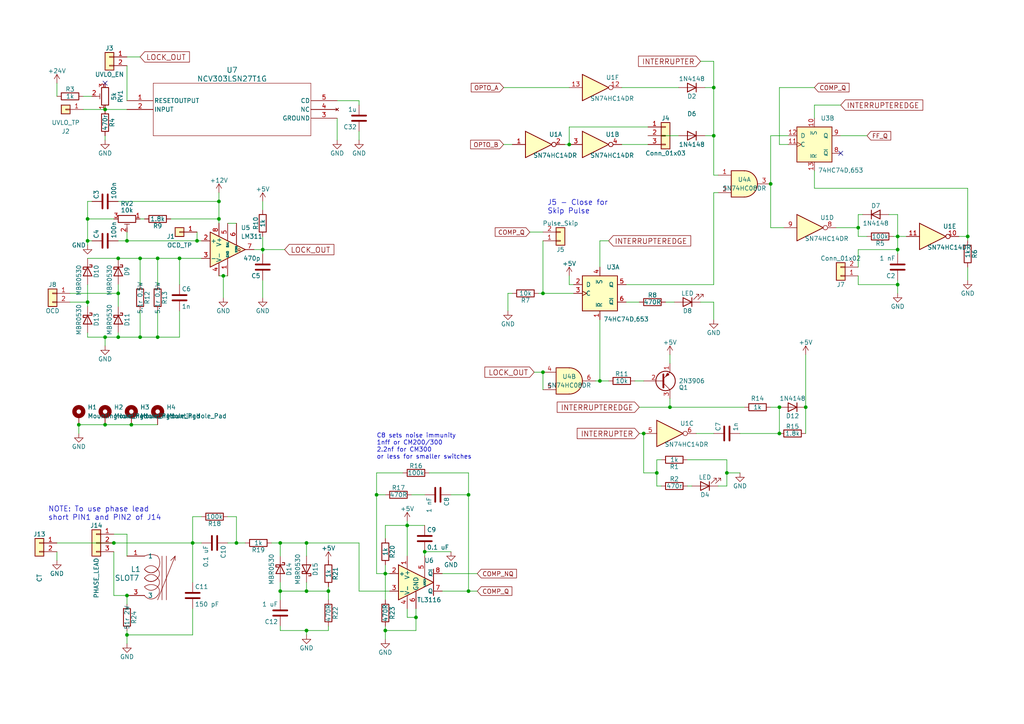
<source format=kicad_sch>
(kicad_sch (version 20230121) (generator eeschema)
  (paper "A4")
  (lib_symbols
    (symbol "0_MY_UD_SYM_LIB:NCV303LSN27T1G" (pin_names (offset 0.254))
      (property "Reference" "U" (at 30.48 10.16 0))
      (property "Value" "NCV303LSN27T1G" (at 30.48 7.62 0))
      (symbol "NCV303LSN27T1G_0_1"
        (pin output line (at 0 0 0) (length 7.62) (name "RESETOUTPUT") (number "1"))
        (pin input line (at 0 -2.54 0) (length 7.62) (name "INPUT") (number "2"))
        (pin power_in line (at 60.96 -5.08 180) (length 7.62) (name "GROUND") (number "3"))
        (pin no_connect line (at 60.96 -2.54 180) (length 7.62) (name "NC") (number "4"))
        (pin unspecified line (at 60.96 0 180) (length 7.62) (name "CD") (number "5"))
      )
    )
    (symbol "74xx:74LS04"
      (property "Reference" "U" (at 0 1.27 0))
      (property "Value" "74LS04" (at 0 -1.27 0))
      (symbol "74LS04_1_0"
        (pin input line (at -7.62 0 0) (length 3.81) (name "~") (number "1"))
        (pin output inverted (at 7.62 0 180) (length 3.81) (name "~") (number "2"))
      )
      (symbol "74LS04_2_0"
        (pin input line (at -7.62 0 0) (length 3.81) (name "~") (number "3"))
        (pin output inverted (at 7.62 0 180) (length 3.81) (name "~") (number "4"))
      )
      (symbol "74LS04_3_0"
        (pin input line (at -7.62 0 0) (length 3.81) (name "~") (number "5"))
        (pin output inverted (at 7.62 0 180) (length 3.81) (name "~") (number "6"))
      )
      (symbol "74LS04_4_0"
        (pin output inverted (at 7.62 0 180) (length 3.81) (name "~") (number "8"))
        (pin input line (at -7.62 0 0) (length 3.81) (name "~") (number "9"))
      )
      (symbol "74LS04_5_0"
        (pin output inverted (at 7.62 0 180) (length 3.81) (name "~") (number "10"))
        (pin input line (at -7.62 0 0) (length 3.81) (name "~") (number "11"))
      )
      (symbol "74LS04_6_0"
        (pin output inverted (at 7.62 0 180) (length 3.81) (name "~") (number "12"))
        (pin input line (at -7.62 0 0) (length 3.81) (name "~") (number "13"))
      )
      (symbol "74LS04_7_0"
        (pin power_in line (at 0 12.7 270) (length 5.08) (name "VCC") (number "14"))
        (pin power_in line (at 0 -12.7 90) (length 5.08) (name "GND") (number "7"))
      )
    )
    (symbol "74xx:74LS08" (pin_names (offset 1.016))
      (property "Reference" "U" (at 0 1.27 0))
      (property "Value" "74LS08" (at 0 -1.27 0))
      (symbol "74LS08_1_1"
        (pin input line (at -7.62 2.54 0) (length 3.81) (name "~") (number "1"))
        (pin input line (at -7.62 -2.54 0) (length 3.81) (name "~") (number "2"))
        (pin output line (at 7.62 0 180) (length 3.81) (name "~") (number "3"))
      )
      (symbol "74LS08_1_2"
        (pin input inverted (at -7.62 2.54 0) (length 4.318) (name "~") (number "1"))
        (pin input inverted (at -7.62 -2.54 0) (length 4.318) (name "~") (number "2"))
        (pin output inverted (at 7.62 0 180) (length 3.81) (name "~") (number "3"))
      )
      (symbol "74LS08_2_1"
        (pin input line (at -7.62 2.54 0) (length 3.81) (name "~") (number "4"))
        (pin input line (at -7.62 -2.54 0) (length 3.81) (name "~") (number "5"))
        (pin output line (at 7.62 0 180) (length 3.81) (name "~") (number "6"))
      )
      (symbol "74LS08_2_2"
        (pin input inverted (at -7.62 2.54 0) (length 4.318) (name "~") (number "4"))
        (pin input inverted (at -7.62 -2.54 0) (length 4.318) (name "~") (number "5"))
        (pin output inverted (at 7.62 0 180) (length 3.81) (name "~") (number "6"))
      )
      (symbol "74LS08_3_1"
        (pin input line (at -7.62 -2.54 0) (length 3.81) (name "~") (number "10"))
        (pin output line (at 7.62 0 180) (length 3.81) (name "~") (number "8"))
        (pin input line (at -7.62 2.54 0) (length 3.81) (name "~") (number "9"))
      )
      (symbol "74LS08_3_2"
        (pin input inverted (at -7.62 -2.54 0) (length 4.318) (name "~") (number "10"))
        (pin output inverted (at 7.62 0 180) (length 3.81) (name "~") (number "8"))
        (pin input inverted (at -7.62 2.54 0) (length 4.318) (name "~") (number "9"))
      )
      (symbol "74LS08_4_1"
        (pin output line (at 7.62 0 180) (length 3.81) (name "~") (number "11"))
        (pin input line (at -7.62 2.54 0) (length 3.81) (name "~") (number "12"))
        (pin input line (at -7.62 -2.54 0) (length 3.81) (name "~") (number "13"))
      )
      (symbol "74LS08_4_2"
        (pin output inverted (at 7.62 0 180) (length 3.81) (name "~") (number "11"))
        (pin input inverted (at -7.62 2.54 0) (length 4.318) (name "~") (number "12"))
        (pin input inverted (at -7.62 -2.54 0) (length 4.318) (name "~") (number "13"))
      )
      (symbol "74LS08_5_0"
        (pin power_in line (at 0 12.7 270) (length 5.08) (name "VCC") (number "14"))
        (pin power_in line (at 0 -12.7 90) (length 5.08) (name "GND") (number "7"))
      )
    )
    (symbol "74xx:74LS74" (pin_names (offset 1.016))
      (property "Reference" "U" (at -7.62 8.89 0))
      (property "Value" "74LS74" (at -7.62 -8.89 0))
      (symbol "74LS74_1_0"
        (pin input line (at 0 -7.62 90) (length 2.54) (name "~{R}") (number "1"))
        (pin input line (at -7.62 2.54 0) (length 2.54) (name "D") (number "2"))
        (pin input clock (at -7.62 0 0) (length 2.54) (name "C") (number "3"))
        (pin input line (at 0 7.62 270) (length 2.54) (name "~{S}") (number "4"))
        (pin output line (at 7.62 2.54 180) (length 2.54) (name "Q") (number "5"))
        (pin output line (at 7.62 -2.54 180) (length 2.54) (name "~{Q}") (number "6"))
      )
      (symbol "74LS74_2_0"
        (pin input line (at 0 7.62 270) (length 2.54) (name "~{S}") (number "10"))
        (pin input clock (at -7.62 0 0) (length 2.54) (name "C") (number "11"))
        (pin input line (at -7.62 2.54 0) (length 2.54) (name "D") (number "12"))
        (pin input line (at 0 -7.62 90) (length 2.54) (name "~{R}") (number "13"))
        (pin output line (at 7.62 -2.54 180) (length 2.54) (name "~{Q}") (number "8"))
        (pin output line (at 7.62 2.54 180) (length 2.54) (name "Q") (number "9"))
      )
      (symbol "74LS74_3_0"
        (pin power_in line (at 0 10.16 270) (length 2.54) (name "VCC") (number "14"))
        (pin power_in line (at 0 -10.16 90) (length 2.54) (name "GND") (number "7"))
      )
    )
    (symbol "A_My_UD:SLOT7" (pin_names (offset 1.016))
      (property "Reference" "L" (at -1.27 2.54 0))
      (property "Value" "SLOT7" (at -3.81 0 0))
      (symbol "SLOT7_1_1"
        (pin input line (at -3.81 6.35 0) (length 5.08) (name "1") (number "1"))
        (pin input line (at -3.81 -5.08 0) (length 5.08) (name "3") (number "3"))
      )
    )
    (symbol "Comparator:LM311" (pin_names (offset 0.127))
      (property "Reference" "U" (at 3.81 6.35 0))
      (property "Value" "LM311" (at 3.81 3.81 0))
      (symbol "LM311_1_1"
        (pin passive line (at 0 -7.62 90) (length 5.08) (name "GND") (number "1"))
        (pin input line (at -7.62 2.54 0) (length 2.54) (name "+") (number "2"))
        (pin input line (at -7.62 -2.54 0) (length 2.54) (name "-") (number "3"))
        (pin power_in line (at -2.54 -7.62 90) (length 3.81) (name "V-") (number "4"))
        (pin input line (at 0 7.62 270) (length 5.08) (name "BAL") (number "5"))
        (pin input line (at 2.54 7.62 270) (length 6.35) (name "STRB") (number "6"))
        (pin open_collector line (at 7.62 0 180) (length 2.54) (name "~") (number "7"))
        (pin power_in line (at -2.54 7.62 270) (length 3.81) (name "V+") (number "8"))
      )
    )
    (symbol "Comparator:TL3116" (pin_names (offset 0.127))
      (property "Reference" "U" (at 3.81 6.35 0))
      (property "Value" "TL3116" (at 3.81 -5.08 0))
      (symbol "TL3116_1_1"
        (pin power_in line (at -2.54 7.62 270) (length 3.81) (name "V+") (number "1"))
        (pin input line (at -7.62 2.54 0) (length 2.54) (name "+") (number "2"))
        (pin input line (at -7.62 -2.54 0) (length 2.54) (name "-") (number "3"))
        (pin power_in line (at -2.54 -7.62 90) (length 3.81) (name "V-") (number "4"))
        (pin input line (at 2.54 7.62 270) (length 6.35) (name "LATCH") (number "5"))
        (pin power_in line (at 0 -7.62 90) (length 5.08) (name "GND") (number "6"))
        (pin output line (at 7.62 -2.54 180) (length 2.54) (name "Q") (number "7"))
        (pin output line (at 7.62 2.54 180) (length 2.54) (name "~{Q}") (number "8"))
      )
    )
    (symbol "Connector_Generic:Conn_01x01" (pin_names (offset 1.016) hide)
      (property "Reference" "J" (at 0 2.54 0))
      (property "Value" "Conn_01x01" (at 0 -2.54 0))
      (symbol "Conn_01x01_1_1"
        (pin passive line (at -5.08 0 0) (length 3.81) (name "Pin_1") (number "1"))
      )
    )
    (symbol "Connector_Generic:Conn_01x02" (pin_names (offset 1.016) hide)
      (property "Reference" "J" (at 0 2.54 0))
      (property "Value" "Conn_01x02" (at 0 -5.08 0))
      (symbol "Conn_01x02_1_1"
        (pin passive line (at -5.08 0 0) (length 3.81) (name "Pin_1") (number "1"))
        (pin passive line (at -5.08 -2.54 0) (length 3.81) (name "Pin_2") (number "2"))
      )
    )
    (symbol "Connector_Generic:Conn_01x03" (pin_names (offset 1.016) hide)
      (property "Reference" "J" (at 0 5.08 0))
      (property "Value" "Conn_01x03" (at 0 -5.08 0))
      (symbol "Conn_01x03_1_1"
        (pin passive line (at -5.08 2.54 0) (length 3.81) (name "Pin_1") (number "1"))
        (pin passive line (at -5.08 0 0) (length 3.81) (name "Pin_2") (number "2"))
        (pin passive line (at -5.08 -2.54 0) (length 3.81) (name "Pin_3") (number "3"))
      )
    )
    (symbol "Device:C" (pin_numbers hide) (pin_names (offset 0.254))
      (property "Reference" "C" (at 0.635 2.54 0))
      (property "Value" "C" (at 0.635 -2.54 0))
      (symbol "C_1_1"
        (pin passive line (at 0 3.81 270) (length 2.794) (name "~") (number "1"))
        (pin passive line (at 0 -3.81 90) (length 2.794) (name "~") (number "2"))
      )
    )
    (symbol "Device:D" (pin_numbers hide) (pin_names (offset 1.016) hide)
      (property "Reference" "D" (at 0 2.54 0))
      (property "Value" "D" (at 0 -2.54 0))
      (symbol "D_1_1"
        (pin passive line (at -3.81 0 0) (length 2.54) (name "K") (number "1"))
        (pin passive line (at 3.81 0 180) (length 2.54) (name "A") (number "2"))
      )
    )
    (symbol "Device:D_Schottky" (pin_numbers hide) (pin_names (offset 1.016) hide)
      (property "Reference" "D" (at 0 2.54 0))
      (property "Value" "D_Schottky" (at 0 -2.54 0))
      (symbol "D_Schottky_1_1"
        (pin passive line (at -3.81 0 0) (length 2.54) (name "K") (number "1"))
        (pin passive line (at 3.81 0 180) (length 2.54) (name "A") (number "2"))
      )
    )
    (symbol "Device:LED" (pin_numbers hide) (pin_names (offset 1.016) hide)
      (property "Reference" "D" (at 0 2.54 0))
      (property "Value" "LED" (at 0 -2.54 0))
      (symbol "LED_1_1"
        (pin passive line (at -3.81 0 0) (length 2.54) (name "K") (number "1"))
        (pin passive line (at 3.81 0 180) (length 2.54) (name "A") (number "2"))
      )
    )
    (symbol "Device:R" (pin_numbers hide) (pin_names (offset 0))
      (property "Reference" "R" (at 2.032 0 90))
      (property "Value" "R" (at 0 0 90))
      (symbol "R_1_1"
        (pin passive line (at 0 3.81 270) (length 1.27) (name "~") (number "1"))
        (pin passive line (at 0 -3.81 90) (length 1.27) (name "~") (number "2"))
      )
    )
    (symbol "Device:R_Potentiometer_Trim" (pin_names (offset 1.016) hide)
      (property "Reference" "RV" (at -4.445 0 90))
      (property "Value" "R_Potentiometer_Trim" (at -2.54 0 90))
      (symbol "R_Potentiometer_Trim_1_1"
        (pin passive line (at 0 3.81 270) (length 1.27) (name "1") (number "1"))
        (pin passive line (at 3.81 0 180) (length 1.27) (name "2") (number "2"))
        (pin passive line (at 0 -3.81 90) (length 1.27) (name "3") (number "3"))
      )
    )
    (symbol "Mechanical:MountingHole_Pad" (pin_numbers hide) (pin_names (offset 1.016) hide)
      (property "Reference" "H" (at 0 6.35 0))
      (property "Value" "MountingHole_Pad" (at 0 4.445 0))
      (symbol "MountingHole_Pad_1_1"
        (pin input line (at 0 -2.54 90) (length 2.54) (name "1") (number "1"))
      )
    )
    (symbol "Transistor_BJT:2N3906" (pin_names (offset 0) hide)
      (property "Reference" "Q" (at 5.08 1.905 0))
      (property "Value" "2N3906" (at 5.08 0 0))
      (symbol "2N3906_1_1"
        (pin passive line (at 2.54 -5.08 90) (length 2.54) (name "E") (number "1"))
        (pin input line (at -5.08 0 0) (length 5.715) (name "B") (number "2"))
        (pin passive line (at 2.54 5.08 270) (length 2.54) (name "C") (number "3"))
      )
    )
    (symbol "power:+12V" (power) (pin_names (offset 0))
      (property "Value" "+12V" (at 0 3.556 0))
      (symbol "+12V_1_1"
        (pin power_in line (at 0 0 90) (length 0) hide (name "+12V") (number "1"))
      )
    )
    (symbol "power:+24V" (power) (pin_names (offset 0))
      (property "Value" "+24V" (at 0 3.556 0))
      (symbol "+24V_1_1"
        (pin power_in line (at 0 0 90) (length 0) hide (name "+24V") (number "1"))
      )
    )
    (symbol "power:+5V" (power) (pin_names (offset 0))
      (property "Value" "+5V" (at 0 3.556 0))
      (symbol "+5V_1_1"
        (pin power_in line (at 0 0 90) (length 0) hide (name "+5V") (number "1"))
      )
    )
    (symbol "power:GND" (power) (pin_names (offset 0))
      (property "Value" "GND" (at 0 -3.81 0))
      (symbol "GND_1_1"
        (pin power_in line (at 0 0 270) (length 0) hide (name "GND") (number "1"))
      )
    )
  )
  (junction (at 81.28 171.45))
  (junction (at 260.35 72.39))
  (junction (at 207.01 39.37))
  (junction (at 34.29 97.79))
  (junction (at 123.19 160.02))
  (junction (at 36.83 69.85))
  (junction (at 157.48 85.09))
  (junction (at 40.64 97.79))
  (junction (at 135.89 143.51))
  (junction (at 88.9 171.45))
  (junction (at 194.31 118.11))
  (junction (at 157.48 107.95))
  (junction (at 95.25 171.45))
  (junction (at 63.5 58.42))
  (junction (at 64.77 80.01))
  (junction (at 40.64 74.93))
  (junction (at 55.88 157.48))
  (junction (at 63.5 63.5))
  (junction (at 25.4 69.85))
  (junction (at 118.11 152.4))
  (junction (at 45.72 74.93))
  (junction (at 68.58 157.48))
  (junction (at 36.83 172.72))
  (junction (at 45.72 97.79))
  (junction (at 25.4 87.63))
  (junction (at 173.99 110.49))
  (junction (at 190.5 137.16))
  (junction (at 88.9 182.88))
  (junction (at 38.1 123.19))
  (junction (at 57.15 69.85))
  (junction (at 111.76 166.37))
  (junction (at 207.01 25.4))
  (junction (at 36.83 184.15))
  (junction (at 233.68 118.11))
  (junction (at 88.9 157.48))
  (junction (at 25.4 63.5))
  (junction (at 226.06 118.11))
  (junction (at 34.29 74.93))
  (junction (at 120.65 179.07))
  (junction (at 248.92 66.04))
  (junction (at 22.86 123.19))
  (junction (at 30.48 123.19))
  (junction (at 76.2 72.39))
  (junction (at 109.22 143.51))
  (junction (at 30.48 31.75))
  (junction (at 111.76 182.88))
  (junction (at 81.28 157.48))
  (junction (at 165.1 41.91))
  (junction (at 280.67 68.58))
  (junction (at 34.29 85.09))
  (junction (at 135.89 171.45))
  (junction (at 260.35 82.55))
  (junction (at 52.07 74.93))
  (junction (at 186.69 125.73))
  (junction (at 30.48 97.79))
  (junction (at 33.02 157.48))
  (junction (at 223.52 53.34))
  (junction (at 260.35 68.58))
  (junction (at 210.82 137.16))
  (junction (at 226.06 125.73))
  (no_connect (at 243.84 44.45))
  (no_connect (at 30.48 24.13))
  (wire (pts (xy 248.92 72.39) (xy 248.92 77.47)))
  (wire (pts (xy 88.9 157.48) (xy 104.14 157.48)))
  (wire (pts (xy 40.64 74.93) (xy 40.64 82.55)))
  (wire (pts (xy 34.29 97.79) (xy 34.29 96.52)))
  (wire (pts (xy 55.88 157.48) (xy 55.88 168.91)))
  (wire (pts (xy 118.11 152.4) (xy 118.11 161.29)))
  (wire (pts (xy 130.81 143.51) (xy 135.89 143.51)))
  (wire (pts (xy 63.5 58.42) (xy 63.5 63.5)))
  (wire (pts (xy 24.13 27.94) (xy 26.67 27.94)))
  (wire (pts (xy 190.5 140.97) (xy 190.5 137.16)))
  (wire (pts (xy 111.76 152.4) (xy 111.76 156.21)))
  (wire (pts (xy 194.31 118.11) (xy 194.31 115.57)))
  (wire (pts (xy 207.01 55.88) (xy 208.28 55.88)))
  (wire (pts (xy 278.13 68.58) (xy 280.67 68.58)))
  (wire (pts (xy 95.25 170.18) (xy 95.25 171.45)))
  (wire (pts (xy 63.5 80.01) (xy 64.77 80.01)))
  (wire (pts (xy 236.22 54.61) (xy 280.67 54.61)))
  (wire (pts (xy 207.01 25.4) (xy 204.47 25.4)))
  (wire (pts (xy 226.06 41.91) (xy 228.6 41.91)))
  (wire (pts (xy 76.2 81.28) (xy 76.2 86.36)))
  (wire (pts (xy 81.28 157.48) (xy 81.28 161.29)))
  (wire (pts (xy 88.9 182.88) (xy 95.25 182.88)))
  (wire (pts (xy 66.04 149.86) (xy 68.58 149.86)))
  (wire (pts (xy 81.28 182.88) (xy 88.9 182.88)))
  (wire (pts (xy 25.4 63.5) (xy 33.02 63.5)))
  (wire (pts (xy 207.01 50.8) (xy 208.28 50.8)))
  (wire (pts (xy 194.31 102.87) (xy 194.31 105.41)))
  (wire (pts (xy 191.77 133.35) (xy 190.5 133.35)))
  (wire (pts (xy 104.14 171.45) (xy 113.03 171.45)))
  (wire (pts (xy 223.52 39.37) (xy 223.52 53.34)))
  (wire (pts (xy 280.67 69.85) (xy 280.67 68.58)))
  (wire (pts (xy 33.02 157.48) (xy 55.88 157.48)))
  (wire (pts (xy 154.94 107.95) (xy 157.48 107.95)))
  (wire (pts (xy 157.48 107.95) (xy 157.48 113.03)))
  (wire (pts (xy 242.57 66.04) (xy 248.92 66.04)))
  (wire (pts (xy 40.64 97.79) (xy 45.72 97.79)))
  (wire (pts (xy 207.01 87.63) (xy 207.01 92.71)))
  (wire (pts (xy 153.67 67.31) (xy 157.48 67.31)))
  (wire (pts (xy 259.08 68.58) (xy 260.35 68.58)))
  (wire (pts (xy 104.14 157.48) (xy 104.14 171.45)))
  (wire (pts (xy 104.14 38.1) (xy 104.14 40.64)))
  (wire (pts (xy 210.82 140.97) (xy 208.28 140.97)))
  (wire (pts (xy 34.29 58.42) (xy 63.5 58.42)))
  (wire (pts (xy 260.35 62.23) (xy 260.35 68.58)))
  (wire (pts (xy 223.52 66.04) (xy 227.33 66.04)))
  (wire (pts (xy 233.68 118.11) (xy 233.68 125.73)))
  (wire (pts (xy 111.76 163.83) (xy 111.76 166.37)))
  (wire (pts (xy 20.32 85.09) (xy 34.29 85.09)))
  (wire (pts (xy 166.37 82.55) (xy 165.1 82.55)))
  (wire (pts (xy 57.15 69.85) (xy 58.42 69.85)))
  (wire (pts (xy 165.1 80.01) (xy 165.1 82.55)))
  (wire (pts (xy 25.4 97.79) (xy 30.48 97.79)))
  (wire (pts (xy 57.15 67.31) (xy 57.15 69.85)))
  (wire (pts (xy 97.79 34.29) (xy 97.79 40.64)))
  (wire (pts (xy 135.89 171.45) (xy 138.43 171.45)))
  (wire (pts (xy 34.29 82.55) (xy 34.29 85.09)))
  (wire (pts (xy 173.99 92.71) (xy 173.99 110.49)))
  (wire (pts (xy 109.22 143.51) (xy 111.76 143.51)))
  (wire (pts (xy 200.66 140.97) (xy 199.39 140.97)))
  (wire (pts (xy 190.5 137.16) (xy 190.5 133.35)))
  (wire (pts (xy 34.29 74.93) (xy 40.64 74.93)))
  (wire (pts (xy 73.66 72.39) (xy 76.2 72.39)))
  (wire (pts (xy 250.19 62.23) (xy 248.92 62.23)))
  (wire (pts (xy 248.92 80.01) (xy 248.92 82.55)))
  (wire (pts (xy 55.88 157.48) (xy 55.88 149.86)))
  (wire (pts (xy 111.76 166.37) (xy 111.76 173.99)))
  (wire (pts (xy 260.35 72.39) (xy 248.92 72.39)))
  (wire (pts (xy 97.79 29.21) (xy 104.14 29.21)))
  (wire (pts (xy 109.22 137.16) (xy 109.22 143.51)))
  (wire (pts (xy 40.64 63.5) (xy 41.91 63.5)))
  (wire (pts (xy 88.9 184.15) (xy 88.9 182.88)))
  (wire (pts (xy 36.83 154.94) (xy 33.02 154.94)))
  (wire (pts (xy 25.4 69.85) (xy 26.67 69.85)))
  (wire (pts (xy 36.83 161.29) (xy 36.83 154.94)))
  (wire (pts (xy 181.61 87.63) (xy 185.42 87.63)))
  (wire (pts (xy 25.4 87.63) (xy 25.4 88.9)))
  (wire (pts (xy 25.4 82.55) (xy 25.4 87.63)))
  (wire (pts (xy 25.4 69.85) (xy 25.4 71.12)))
  (wire (pts (xy 187.96 39.37) (xy 196.85 39.37)))
  (wire (pts (xy 36.83 172.72) (xy 36.83 175.26)))
  (wire (pts (xy 204.47 39.37) (xy 207.01 39.37)))
  (wire (pts (xy 118.11 151.13) (xy 118.11 152.4)))
  (wire (pts (xy 55.88 157.48) (xy 58.42 157.48)))
  (wire (pts (xy 260.35 68.58) (xy 260.35 72.39)))
  (wire (pts (xy 81.28 171.45) (xy 88.9 171.45)))
  (wire (pts (xy 36.83 69.85) (xy 36.83 67.31)))
  (wire (pts (xy 233.68 102.87) (xy 233.68 118.11)))
  (wire (pts (xy 118.11 179.07) (xy 120.65 179.07)))
  (wire (pts (xy 36.83 184.15) (xy 36.83 186.69)))
  (wire (pts (xy 34.29 69.85) (xy 36.83 69.85)))
  (wire (pts (xy 30.48 31.75) (xy 36.83 31.75)))
  (wire (pts (xy 24.13 31.75) (xy 30.48 31.75)))
  (wire (pts (xy 111.76 182.88) (xy 120.65 182.88)))
  (wire (pts (xy 260.35 72.39) (xy 260.35 73.66)))
  (wire (pts (xy 20.32 87.63) (xy 25.4 87.63)))
  (wire (pts (xy 260.35 62.23) (xy 257.81 62.23)))
  (wire (pts (xy 40.64 97.79) (xy 40.64 90.17)))
  (wire (pts (xy 34.29 97.79) (xy 40.64 97.79)))
  (wire (pts (xy 76.2 68.58) (xy 76.2 72.39)))
  (wire (pts (xy 111.76 182.88) (xy 111.76 181.61)))
  (wire (pts (xy 16.51 157.48) (xy 33.02 157.48)))
  (wire (pts (xy 36.83 69.85) (xy 57.15 69.85)))
  (wire (pts (xy 201.93 125.73) (xy 207.01 125.73)))
  (wire (pts (xy 16.51 160.02) (xy 16.51 162.56)))
  (wire (pts (xy 36.83 19.05) (xy 36.83 29.21)))
  (wire (pts (xy 214.63 137.16) (xy 210.82 137.16)))
  (wire (pts (xy 207.01 39.37) (xy 207.01 50.8)))
  (wire (pts (xy 52.07 97.79) (xy 52.07 90.17)))
  (wire (pts (xy 109.22 166.37) (xy 111.76 166.37)))
  (wire (pts (xy 40.64 74.93) (xy 45.72 74.93)))
  (wire (pts (xy 207.01 25.4) (xy 207.01 39.37)))
  (wire (pts (xy 55.88 176.53) (xy 55.88 184.15)))
  (wire (pts (xy 25.4 63.5) (xy 25.4 69.85)))
  (wire (pts (xy 187.96 36.83) (xy 165.1 36.83)))
  (wire (pts (xy 186.69 137.16) (xy 190.5 137.16)))
  (wire (pts (xy 185.42 125.73) (xy 186.69 125.73)))
  (wire (pts (xy 68.58 149.86) (xy 68.58 157.48)))
  (wire (pts (xy 123.19 161.29) (xy 123.19 160.02)))
  (wire (pts (xy 243.84 30.48) (xy 236.22 30.48)))
  (wire (pts (xy 128.27 166.37) (xy 138.43 166.37)))
  (wire (pts (xy 118.11 152.4) (xy 123.19 152.4)))
  (wire (pts (xy 193.04 87.63) (xy 195.58 87.63)))
  (wire (pts (xy 30.48 97.79) (xy 34.29 97.79)))
  (wire (pts (xy 33.02 172.72) (xy 36.83 172.72)))
  (wire (pts (xy 248.92 62.23) (xy 248.92 66.04)))
  (wire (pts (xy 223.52 53.34) (xy 223.52 66.04)))
  (wire (pts (xy 207.01 17.78) (xy 207.01 25.4)))
  (wire (pts (xy 207.01 55.88) (xy 207.01 82.55)))
  (wire (pts (xy 109.22 143.51) (xy 109.22 166.37)))
  (wire (pts (xy 194.31 118.11) (xy 215.9 118.11)))
  (wire (pts (xy 63.5 63.5) (xy 63.5 64.77)))
  (wire (pts (xy 157.48 85.09) (xy 166.37 85.09)))
  (wire (pts (xy 22.86 125.73) (xy 22.86 123.19)))
  (wire (pts (xy 63.5 63.5) (xy 49.53 63.5)))
  (wire (pts (xy 236.22 30.48) (xy 236.22 34.29)))
  (wire (pts (xy 78.74 157.48) (xy 81.28 157.48)))
  (wire (pts (xy 45.72 74.93) (xy 45.72 82.55)))
  (wire (pts (xy 66.04 157.48) (xy 68.58 157.48)))
  (wire (pts (xy 203.2 87.63) (xy 207.01 87.63)))
  (wire (pts (xy 172.72 110.49) (xy 173.99 110.49)))
  (wire (pts (xy 260.35 81.28) (xy 260.35 82.55)))
  (wire (pts (xy 260.35 68.58) (xy 262.89 68.58)))
  (wire (pts (xy 95.25 171.45) (xy 95.25 173.99)))
  (wire (pts (xy 248.92 82.55) (xy 260.35 82.55)))
  (wire (pts (xy 52.07 74.93) (xy 52.07 82.55)))
  (wire (pts (xy 248.92 66.04) (xy 248.92 68.58)))
  (wire (pts (xy 45.72 74.93) (xy 52.07 74.93)))
  (wire (pts (xy 30.48 39.37) (xy 30.48 40.64)))
  (wire (pts (xy 185.42 118.11) (xy 194.31 118.11)))
  (wire (pts (xy 147.32 85.09) (xy 148.59 85.09)))
  (wire (pts (xy 226.06 25.4) (xy 226.06 41.91)))
  (wire (pts (xy 25.4 58.42) (xy 26.67 58.42)))
  (wire (pts (xy 236.22 25.4) (xy 226.06 25.4)))
  (wire (pts (xy 88.9 157.48) (xy 88.9 161.29)))
  (wire (pts (xy 186.69 110.49) (xy 184.15 110.49)))
  (wire (pts (xy 248.92 68.58) (xy 251.46 68.58)))
  (wire (pts (xy 207.01 82.55) (xy 181.61 82.55)))
  (wire (pts (xy 214.63 125.73) (xy 226.06 125.73)))
  (wire (pts (xy 120.65 179.07) (xy 120.65 182.88)))
  (wire (pts (xy 146.05 41.91) (xy 148.59 41.91)))
  (wire (pts (xy 36.83 16.51) (xy 40.64 16.51)))
  (wire (pts (xy 55.88 149.86) (xy 58.42 149.86)))
  (wire (pts (xy 223.52 118.11) (xy 226.06 118.11)))
  (wire (pts (xy 76.2 72.39) (xy 76.2 73.66)))
  (wire (pts (xy 176.53 69.85) (xy 173.99 69.85)))
  (wire (pts (xy 45.72 97.79) (xy 45.72 90.17)))
  (wire (pts (xy 81.28 168.91) (xy 81.28 171.45)))
  (wire (pts (xy 81.28 182.88) (xy 81.28 181.61)))
  (wire (pts (xy 95.25 182.88) (xy 95.25 181.61)))
  (wire (pts (xy 203.2 17.78) (xy 207.01 17.78)))
  (wire (pts (xy 36.83 184.15) (xy 55.88 184.15)))
  (wire (pts (xy 165.1 36.83) (xy 165.1 41.91)))
  (wire (pts (xy 135.89 137.16) (xy 135.89 143.51)))
  (wire (pts (xy 38.1 123.19) (xy 45.72 123.19)))
  (wire (pts (xy 88.9 171.45) (xy 88.9 168.91)))
  (wire (pts (xy 68.58 157.48) (xy 71.12 157.48)))
  (wire (pts (xy 243.84 39.37) (xy 251.46 39.37)))
  (wire (pts (xy 191.77 140.97) (xy 190.5 140.97)))
  (wire (pts (xy 210.82 140.97) (xy 210.82 137.16)))
  (wire (pts (xy 64.77 80.01) (xy 64.77 86.36)))
  (wire (pts (xy 123.19 160.02) (xy 130.81 160.02)))
  (wire (pts (xy 22.86 123.19) (xy 30.48 123.19)))
  (wire (pts (xy 156.21 85.09) (xy 157.48 85.09)))
  (wire (pts (xy 180.34 25.4) (xy 196.85 25.4)))
  (wire (pts (xy 280.67 77.47) (xy 280.67 81.28)))
  (wire (pts (xy 223.52 39.37) (xy 228.6 39.37)))
  (wire (pts (xy 111.76 182.88) (xy 111.76 185.42)))
  (wire (pts (xy 128.27 171.45) (xy 135.89 171.45)))
  (wire (pts (xy 260.35 82.55) (xy 260.35 85.09)))
  (wire (pts (xy 226.06 118.11) (xy 226.06 125.73)))
  (wire (pts (xy 124.46 137.16) (xy 135.89 137.16)))
  (wire (pts (xy 30.48 100.33) (xy 30.48 97.79)))
  (wire (pts (xy 81.28 171.45) (xy 81.28 173.99)))
  (wire (pts (xy 63.5 55.88) (xy 63.5 58.42)))
  (wire (pts (xy 34.29 85.09) (xy 34.29 88.9)))
  (wire (pts (xy 109.22 137.16) (xy 116.84 137.16)))
  (wire (pts (xy 76.2 72.39) (xy 82.55 72.39)))
  (wire (pts (xy 30.48 123.19) (xy 38.1 123.19)))
  (wire (pts (xy 81.28 157.48) (xy 88.9 157.48)))
  (wire (pts (xy 88.9 171.45) (xy 95.25 171.45)))
  (wire (pts (xy 147.32 85.09) (xy 147.32 90.17)))
  (wire (pts (xy 25.4 97.79) (xy 25.4 96.52)))
  (wire (pts (xy 104.14 29.21) (xy 104.14 30.48)))
  (wire (pts (xy 36.83 182.88) (xy 36.83 184.15)))
  (wire (pts (xy 163.83 41.91) (xy 165.1 41.91)))
  (wire (pts (xy 33.02 160.02) (xy 33.02 172.72)))
  (wire (pts (xy 66.04 64.77) (xy 68.58 64.77)))
  (wire (pts (xy 280.67 54.61) (xy 280.67 68.58)))
  (wire (pts (xy 16.51 24.13) (xy 16.51 27.94)))
  (wire (pts (xy 25.4 58.42) (xy 25.4 63.5)))
  (wire (pts (xy 120.65 176.53) (xy 120.65 179.07)))
  (wire (pts (xy 180.34 41.91) (xy 187.96 41.91)))
  (wire (pts (xy 236.22 49.53) (xy 236.22 54.61)))
  (wire (pts (xy 157.48 69.85) (xy 157.48 85.09)))
  (wire (pts (xy 118.11 176.53) (xy 118.11 179.07)))
  (wire (pts (xy 45.72 97.79) (xy 52.07 97.79)))
  (wire (pts (xy 25.4 74.93) (xy 34.29 74.93)))
  (wire (pts (xy 118.11 152.4) (xy 111.76 152.4)))
  (wire (pts (xy 64.77 80.01) (xy 66.04 80.01)))
  (wire (pts (xy 111.76 166.37) (xy 113.03 166.37)))
  (wire (pts (xy 135.89 143.51) (xy 135.89 171.45)))
  (wire (pts (xy 123.19 143.51) (xy 119.38 143.51)))
  (wire (pts (xy 52.07 74.93) (xy 58.42 74.93)))
  (wire (pts (xy 186.69 125.73) (xy 186.69 137.16)))
  (wire (pts (xy 146.05 25.4) (xy 165.1 25.4)))
  (wire (pts (xy 199.39 133.35) (xy 210.82 133.35)))
  (wire (pts (xy 210.82 133.35) (xy 210.82 137.16)))
  (wire (pts (xy 76.2 60.96) (xy 76.2 58.42)))
  (wire (pts (xy 173.99 110.49) (xy 176.53 110.49)))
  (wire (pts (xy 173.99 69.85) (xy 173.99 77.47)))
  (text "C8 sets noise immunity\n1nff or CM200/300\n2.2nf for CM300\nor less for smaller switches" (at 109.22 133.35 0) (effects (font (size 1.27 1.27)) (justify left bottom)))
  (text "NOTE: To use phase lead\nshort PIN1 and PIN2 of J14" (at 13.97 151.13 0) (effects (font (size 1.524 1.524)) (justify left bottom)))
  (text "J5 - Close for\nSkip Pulse" (at 158.75 62.23 0) (effects (font (size 1.524 1.524)) (justify left bottom)))
  (global_label "COMP_Q" (shape input) (at 138.43 171.45 0) (property "Intersheetrefs" "${INTERSHEET_REFS}" (effects hide)))
  (global_label "FF_Q" (shape input) (at 251.46 39.37 0) (property "Intersheetrefs" "${INTERSHEET_REFS}" (effects hide)))
  (global_label "COMP_Q" (shape input) (at 236.22 25.4 0) (property "Intersheetrefs" "${INTERSHEET_REFS}" (effects hide)))
  (global_label "COMP_NQ" (shape input) (at 138.43 166.37 0) (property "Intersheetrefs" "${INTERSHEET_REFS}" (effects hide)))
  (global_label "LOCK_OUT" (shape input) (at 154.94 107.95 180) (effects (font (size 1.524 1.524))) (property "Intersheetrefs" "${INTERSHEET_REFS}" (effects hide)))
  (global_label "INTERRUPTEREDGE" (shape input) (at 185.42 118.11 180) (effects (font (size 1.524 1.524))) (property "Intersheetrefs" "${INTERSHEET_REFS}" (effects hide)))
  (global_label "INTERRUPTEREDGE" (shape input) (at 176.53 69.85 0) (effects (font (size 1.524 1.524))) (property "Intersheetrefs" "${INTERSHEET_REFS}" (effects hide)))
  (global_label "OPTO_A" (shape input) (at 146.05 25.4 180) (property "Intersheetrefs" "${INTERSHEET_REFS}" (effects hide)))
  (global_label "LOCK_OUT" (shape input) (at 40.64 16.51 0) (effects (font (size 1.524 1.524))) (property "Intersheetrefs" "${INTERSHEET_REFS}" (effects hide)))
  (global_label "INTERRUPTER" (shape input) (at 203.2 17.78 180) (effects (font (size 1.524 1.524))) (property "Intersheetrefs" "${INTERSHEET_REFS}" (effects hide)))
  (global_label "COMP_Q" (shape input) (at 153.67 67.31 180) (property "Intersheetrefs" "${INTERSHEET_REFS}" (effects hide)))
  (global_label "INTERRUPTEREDGE" (shape input) (at 243.84 30.48 0) (effects (font (size 1.524 1.524))) (property "Intersheetrefs" "${INTERSHEET_REFS}" (effects hide)))
  (global_label "OPTO_B" (shape input) (at 146.05 41.91 180) (property "Intersheetrefs" "${INTERSHEET_REFS}" (effects hide)))
  (global_label "INTERRUPTER" (shape input) (at 185.42 125.73 180) (effects (font (size 1.524 1.524))) (property "Intersheetrefs" "${INTERSHEET_REFS}" (effects hide)))
  (global_label "LOCK_OUT" (shape input) (at 82.55 72.39 0) (effects (font (size 1.524 1.524))) (property "Intersheetrefs" "${INTERSHEET_REFS}" (effects hide)))
  (symbol (lib_id "Comparator:TL3116") (at 120.65 168.91 0) (unit 1)
    (property "Reference" "U6" (at 124.46 162.56 0))
    (property "Value" "TL3116" (at 124.46 173.99 0))
    (property "Footprint" "Package_SO:SOIC-8_3.9x4.9mm_P1.27mm" (effects hide))
  )
  (symbol (lib_id "power:GND") (at 22.86 125.73 0) (unit 1)
    (property "Reference" "#PWR048" (effects hide))
    (property "Value" "GND" (at 22.86 129.54 0))
  )
  (symbol (lib_id "Device:C") (at 30.48 69.85 90) (unit 1)
    (property "Reference" "C4" (at 27.94 69.215 0) (effects (justify left)))
    (property "Value" "100n" (at 33.02 69.215 0) (effects (justify left)))
    (property "Footprint" "Capacitor_SMD:C_1206_3216Metric_Pad1.33x1.80mm_HandSolder" (effects hide))
  )
  (symbol (lib_id "Connector_Generic:Conn_01x01") (at 19.05 31.75 0) (mirror y) (unit 1)
    (property "Reference" "J2" (at 19.05 38.1 0))
    (property "Value" "UVLO_TP" (at 19.05 35.56 0))
    (property "Footprint" "Connector_PinHeader_2.54mm:PinHeader_1x01_P2.54mm_Vertical" (effects hide))
  )
  (symbol (lib_id "Connector_Generic:Conn_01x02") (at 243.84 80.01 180) (unit 1)
    (property "Reference" "J7" (at 243.84 82.55 0))
    (property "Value" "Conn_01x02" (at 243.84 74.93 0))
    (property "Footprint" "Connector_PinHeader_2.54mm:PinHeader_1x02_P2.54mm_Vertical" (effects hide))
  )
  (symbol (lib_id "Device:R") (at 111.76 177.8 0) (unit 1)
    (property "Reference" "R23" (at 113.792 177.8 90))
    (property "Value" "470R" (at 111.76 177.8 90))
    (property "Footprint" "Resistor_SMD:R_1206_3216Metric_Pad1.30x1.75mm_HandSolder" (effects hide))
  )
  (symbol (lib_id "power:+5V") (at 165.1 80.01 0) (unit 1)
    (property "Reference" "#PWR07" (effects hide))
    (property "Value" "+5V" (at 165.1 76.454 0))
  )
  (symbol (lib_id "Device:C") (at 260.35 77.47 180) (unit 1)
    (property "Reference" "C2" (at 259.715 80.01 0) (effects (justify left)))
    (property "Value" "1 nF" (at 259.715 74.93 0) (effects (justify left)))
    (property "Footprint" "Capacitor_SMD:C_1206_3216Metric_Pad1.33x1.80mm_HandSolder" (effects hide))
  )
  (symbol (lib_id "Device:R") (at 95.25 166.37 0) (unit 1)
    (property "Reference" "R21" (at 97.282 166.37 90))
    (property "Value" "1k" (at 95.25 166.37 90))
    (property "Footprint" "Resistor_SMD:R_1206_3216Metric_Pad1.30x1.75mm_HandSolder" (effects hide))
  )
  (symbol (lib_id "Device:C") (at 104.14 34.29 180) (unit 1)
    (property "Reference" "C32" (at 103.505 36.83 0) (effects (justify left)))
    (property "Value" "1u" (at 103.505 31.75 0) (effects (justify left)))
    (property "Footprint" "Capacitor_SMD:C_1206_3216Metric_Pad1.33x1.80mm_HandSolder" (effects hide))
  )
  (symbol (lib_id "power:+5V") (at 118.11 151.13 0) (unit 1)
    (property "Reference" "#PWR020" (effects hide))
    (property "Value" "+5V" (at 118.11 147.574 0))
  )
  (symbol (lib_id "Mechanical:MountingHole_Pad") (at 30.48 120.65 0) (unit 1)
    (property "Reference" "H2" (at 33.02 118.11 0) (effects (justify left)))
    (property "Value" "MountingHole_Pad" (at 33.02 120.65 0) (effects (justify left)))
    (property "Footprint" "MountingHole:MountingHole_3.5mm_Pad_TopBottom" (effects hide))
  )
  (symbol (lib_id "Device:C") (at 52.07 86.36 0) (unit 1)
    (property "Reference" "C6" (at 52.705 83.82 0) (effects (justify left)))
    (property "Value" "1n" (at 52.705 88.9 0) (effects (justify left)))
    (property "Footprint" "Capacitor_SMD:C_1206_3216Metric_Pad1.33x1.80mm_HandSolder" (effects hide))
  )
  (symbol (lib_id "74xx:74LS04") (at 194.31 125.73 0) (unit 3)
    (property "Reference" "U1" (at 199.263 122.809 0))
    (property "Value" "SN74HC14DR" (at 199.136 128.905 0))
    (property "Footprint" "Package_SO:SOIC-14_3.9x8.7mm_P1.27mm" (effects hide))
  )
  (symbol (lib_id "Device:D") (at 200.66 25.4 180) (unit 1)
    (property "Reference" "D2" (at 200.66 27.94 0))
    (property "Value" "1N4148" (at 200.66 22.86 0))
    (property "Footprint" "Diode_SMD:D_SOD-123" (effects hide))
  )
  (symbol (lib_id "Device:R") (at 195.58 133.35 270) (unit 1)
    (property "Reference" "R1" (at 195.58 135.382 90))
    (property "Value" "1k" (at 195.58 133.35 90))
    (property "Footprint" "Resistor_SMD:R_1206_3216Metric_Pad1.30x1.75mm_HandSolder" (effects hide))
  )
  (symbol (lib_id "Device:LED") (at 199.39 87.63 180) (unit 1)
    (property "Reference" "D8" (at 199.39 90.17 0))
    (property "Value" "LED" (at 199.39 85.09 0))
    (property "Footprint" "LED_THT:LED_D5.0mm" (effects hide))
  )
  (symbol (lib_id "power:GND") (at 214.63 137.16 0) (unit 1)
    (property "Reference" "#PWR04" (effects hide))
    (property "Value" "GND" (at 214.63 140.97 0))
  )
  (symbol (lib_id "Connector_Generic:Conn_01x02") (at 31.75 16.51 0) (mirror y) (unit 1)
    (property "Reference" "J3" (at 31.75 13.97 0))
    (property "Value" "UVLO_EN" (at 31.75 21.59 0))
    (property "Footprint" "Connector_PinHeader_2.54mm:PinHeader_1x02_P2.54mm_Vertical" (effects hide))
  )
  (symbol (lib_id "Device:LED") (at 204.47 140.97 180) (unit 1)
    (property "Reference" "D4" (at 204.47 143.51 0))
    (property "Value" "LED" (at 204.47 138.43 0))
    (property "Footprint" "LED_THT:LED_D5.0mm" (effects hide))
  )
  (symbol (lib_id "Connector_Generic:Conn_01x02") (at 15.24 85.09 0) (mirror y) (unit 1)
    (property "Reference" "J8" (at 15.24 82.55 0))
    (property "Value" "OCD" (at 15.24 90.17 0))
    (property "Footprint" "TerminalBlock:TerminalBlock_bornier-2_P5.08mm" (effects hide))
  )
  (symbol (lib_id "power:GND") (at 104.14 40.64 0) (unit 1)
    (property "Reference" "#PWR038" (effects hide))
    (property "Value" "GND" (at 104.14 44.45 0))
  )
  (symbol (lib_id "74xx:74LS04") (at 172.72 41.91 0) (unit 2)
    (property "Reference" "U1" (at 177.673 38.989 0))
    (property "Value" "SN74HC14DR" (at 177.546 45.085 0))
    (property "Footprint" "Package_SO:SOIC-14_3.9x8.7mm_P1.27mm" (effects hide))
  )
  (symbol (lib_id "power:GND") (at 280.67 81.28 0) (unit 1)
    (property "Reference" "#PWR08" (effects hide))
    (property "Value" "GND" (at 280.67 85.09 0))
  )
  (symbol (lib_id "Device:C") (at 55.88 172.72 0) (unit 1)
    (property "Reference" "C11" (at 56.515 170.18 0) (effects (justify left)))
    (property "Value" "150 pF" (at 56.515 175.26 0) (effects (justify left)))
    (property "Footprint" "Capacitor_SMD:C_1206_3216Metric_Pad1.33x1.80mm_HandSolder" (effects hide))
  )
  (symbol (lib_id "power:GND") (at 30.48 100.33 0) (unit 1)
    (property "Reference" "#PWR019" (effects hide))
    (property "Value" "GND" (at 30.48 104.14 0))
  )
  (symbol (lib_id "A_My_UD:SLOT7") (at 40.64 167.64 0) (unit 1)
    (property "Reference" "L1" (at 39.37 165.1 0) (effects (font (size 1.524 1.524))))
    (property "Value" "SLOT7" (at 36.83 167.64 0) (effects (font (size 1.524 1.524))))
    (property "Footprint" "0_MY_UD_LIB_FP:CoilCraft_Slot_7" (effects hide))
  )
  (symbol (lib_id "Device:D_Schottky") (at 25.4 92.71 270) (unit 1)
    (property "Reference" "D13" (at 27.94 92.71 0))
    (property "Value" "MBR0530" (at 22.86 92.71 0))
    (property "Footprint" "Diode_SMD:D_SOD-123" (effects hide))
  )
  (symbol (lib_id "Device:D_Schottky") (at 88.9 165.1 270) (mirror x) (unit 1)
    (property "Reference" "D15" (at 91.44 165.1 0))
    (property "Value" "MBR0530" (at 86.36 165.1 0))
    (property "Footprint" "Diode_SMD:D_SOD-123" (effects hide))
  )
  (symbol (lib_id "74xx:74LS04") (at 234.95 66.04 0) (unit 4)
    (property "Reference" "U1" (at 239.903 63.119 0))
    (property "Value" "SN74HC14DR" (at 239.776 69.215 0))
    (property "Footprint" "Package_SO:SOIC-14_3.9x8.7mm_P1.27mm" (effects hide))
  )
  (symbol (lib_id "power:+12V") (at 63.5 55.88 0) (unit 1)
    (property "Reference" "#PWR09" (effects hide))
    (property "Value" "+12V" (at 63.5 52.324 0))
  )
  (symbol (lib_id "Device:R") (at 120.65 137.16 90) (unit 1)
    (property "Reference" "R16" (at 120.65 135.128 90))
    (property "Value" "100k" (at 120.65 137.16 90))
    (property "Footprint" "Resistor_SMD:R_1206_3216Metric_Pad1.30x1.75mm_HandSolder" (effects hide))
  )
  (symbol (lib_id "Device:C") (at 62.23 157.48 270) (unit 1)
    (property "Reference" "C10" (at 64.77 158.115 0) (effects (justify left)))
    (property "Value" "0.1 uF" (at 59.69 158.115 0) (effects (justify left)))
    (property "Footprint" "Capacitor_SMD:C_1206_3216Metric_Pad1.33x1.80mm_HandSolder" (effects hide))
  )
  (symbol (lib_id "power:GND") (at 25.4 71.12 0) (unit 1)
    (property "Reference" "#PWR014" (effects hide))
    (property "Value" "GND" (at 22.86 71.12 0))
  )
  (symbol (lib_id "Device:R_Potentiometer_Trim") (at 30.48 27.94 180) (unit 1)
    (property "Reference" "RV1" (at 34.925 27.94 90))
    (property "Value" "5k" (at 33.02 27.94 90))
    (property "Footprint" "Potentiometer_THT:Potentiometer_Bourns_3296W_Vertical" (effects hide))
  )
  (symbol (lib_id "Connector_Generic:Conn_01x03") (at 27.94 157.48 0) (mirror y) (unit 1)
    (property "Reference" "J14" (at 27.94 152.4 0))
    (property "Value" "PHASE_LEAD" (at 27.94 167.64 90))
    (property "Footprint" "Connector_PinHeader_2.54mm:PinHeader_1x03_P2.54mm_Vertical" (effects hide))
  )
  (symbol (lib_id "74xx:74LS08") (at 165.1 110.49 0) (unit 2)
    (property "Reference" "U4" (at 165.1 109.22 0))
    (property "Value" "SN74HC08DR" (at 165.1 111.76 0))
    (property "Footprint" "Package_SO:SOIC-14_3.9x8.7mm_P1.27mm" (effects hide))
    (property "Datasheet" "http://www.ti.com/lit/gpn/sn74LS08" (effects hide))
  )
  (symbol (lib_id "Device:R_Potentiometer_Trim") (at 36.83 63.5 270) (unit 1)
    (property "Reference" "RV2" (at 36.83 59.055 90))
    (property "Value" "10k" (at 36.83 60.96 90))
    (property "Footprint" "Potentiometer_THT:Potentiometer_Bourns_3296W_Vertical" (effects hide))
  )
  (symbol (lib_id "Device:D") (at 229.87 118.11 180) (unit 1)
    (property "Reference" "D12" (at 229.87 120.65 0))
    (property "Value" "1N4148" (at 229.87 115.57 0))
    (property "Footprint" "Diode_SMD:D_SOD-123" (effects hide))
  )
  (symbol (lib_id "Comparator:LM311") (at 66.04 72.39 0) (unit 1)
    (property "Reference" "U5" (at 69.85 66.04 0) (effects (justify left)))
    (property "Value" "LM311" (at 69.85 68.58 0) (effects (justify left)))
    (property "Footprint" "Package_SO:SOIC-8_3.9x4.9mm_P1.27mm" (effects hide))
  )
  (symbol (lib_id "Device:D") (at 200.66 39.37 0) (mirror y) (unit 1)
    (property "Reference" "D6" (at 200.66 33.02 0))
    (property "Value" "1N4148" (at 200.66 41.91 0))
    (property "Footprint" "Diode_SMD:D_SOD-123" (effects hide))
  )
  (symbol (lib_id "Device:D_Schottky") (at 34.29 78.74 270) (unit 1)
    (property "Reference" "D9" (at 36.83 78.74 0))
    (property "Value" "MBR0530" (at 31.75 81.28 0))
    (property "Footprint" "Diode_SMD:D_SOD-123" (effects hide))
  )
  (symbol (lib_id "Device:R") (at 229.87 125.73 90) (unit 1)
    (property "Reference" "R15" (at 229.87 123.698 90))
    (property "Value" "1.8k" (at 229.87 125.73 90))
    (property "Footprint" "Resistor_SMD:R_1206_3216Metric_Pad1.30x1.75mm_HandSolder" (effects hide))
  )
  (symbol (lib_id "Device:D_Schottky") (at 34.29 92.71 270) (unit 1)
    (property "Reference" "D11" (at 36.83 92.71 0))
    (property "Value" "MBR0530" (at 31.75 92.71 0))
    (property "Footprint" "Diode_SMD:D_SOD-123" (effects hide))
  )
  (symbol (lib_id "Device:C") (at 81.28 177.8 180) (unit 1)
    (property "Reference" "C12" (at 80.645 180.34 0) (effects (justify left)))
    (property "Value" "1 uF" (at 80.645 175.26 0) (effects (justify left)))
    (property "Footprint" "Capacitor_SMD:C_1206_3216Metric_Pad1.33x1.80mm_HandSolder" (effects hide))
  )
  (symbol (lib_id "power:GND") (at 16.51 162.56 0) (unit 1)
    (property "Reference" "#PWR022" (effects hide))
    (property "Value" "GND" (at 16.51 166.37 0))
  )
  (symbol (lib_id "Device:D_Schottky") (at 25.4 78.74 270) (unit 1)
    (property "Reference" "D10" (at 27.94 78.74 0))
    (property "Value" "MBR0530" (at 22.86 81.28 0))
    (property "Footprint" "Diode_SMD:D_SOD-123" (effects hide))
  )
  (symbol (lib_id "Device:R") (at 36.83 179.07 0) (unit 1)
    (property "Reference" "R24" (at 38.862 179.07 90))
    (property "Value" "51r 2W" (at 36.83 179.07 90))
    (property "Footprint" "Resistor_SMD:R_1206_3216Metric_Pad1.30x1.75mm_HandSolder" (effects hide))
  )
  (symbol (lib_id "Device:R") (at 280.67 73.66 0) (unit 1)
    (property "Reference" "R6" (at 282.702 73.66 90))
    (property "Value" "1k" (at 280.67 73.66 90))
    (property "Footprint" "Resistor_SMD:R_1206_3216Metric_Pad1.30x1.75mm_HandSolder" (effects hide))
  )
  (symbol (lib_id "power:GND") (at 260.35 85.09 0) (unit 1)
    (property "Reference" "#PWR010" (effects hide))
    (property "Value" "GND" (at 260.35 88.9 0))
  )
  (symbol (lib_id "power:+5V") (at 233.68 102.87 0) (unit 1)
    (property "Reference" "#PWR01" (effects hide))
    (property "Value" "+5V" (at 233.68 99.314 0))
  )
  (symbol (lib_id "Mechanical:MountingHole_Pad") (at 38.1 120.65 0) (unit 1)
    (property "Reference" "H3" (at 40.64 118.11 0) (effects (justify left)))
    (property "Value" "MountingHole_Pad" (at 40.64 120.65 0) (effects (justify left)))
    (property "Footprint" "MountingHole:MountingHole_3.5mm_Pad_TopBottom" (effects hide))
  )
  (symbol (lib_id "Device:R") (at 152.4 85.09 270) (unit 1)
    (property "Reference" "R7" (at 152.4 87.122 90))
    (property "Value" "10k" (at 152.4 85.09 90))
    (property "Footprint" "Resistor_SMD:R_1206_3216Metric_Pad1.30x1.75mm_HandSolder" (effects hide))
  )
  (symbol (lib_id "Device:R") (at 95.25 177.8 0) (unit 1)
    (property "Reference" "R22" (at 97.282 177.8 90))
    (property "Value" "470R" (at 95.25 177.8 90))
    (property "Footprint" "Resistor_SMD:R_1206_3216Metric_Pad1.30x1.75mm_HandSolder" (effects hide))
  )
  (symbol (lib_id "Device:R") (at 40.64 86.36 0) (unit 1)
    (property "Reference" "R12" (at 42.672 86.36 90))
    (property "Value" "5.1r 0.5W" (at 40.64 86.36 90))
    (property "Footprint" "Resistor_SMD:R_1206_3216Metric_Pad1.30x1.75mm_HandSolder" (effects hide))
  )
  (symbol (lib_id "Device:C") (at 210.82 125.73 90) (unit 1)
    (property "Reference" "C7" (at 208.28 125.095 0) (effects (justify left)))
    (property "Value" "1n" (at 213.36 125.095 0) (effects (justify left)))
    (property "Footprint" "Capacitor_SMD:C_1206_3216Metric_Pad1.33x1.80mm_HandSolder" (effects hide))
  )
  (symbol (lib_id "Device:C") (at 127 143.51 270) (unit 1)
    (property "Reference" "C8" (at 129.54 144.145 0) (effects (justify left)))
    (property "Value" "1 nF" (at 124.46 144.145 0) (effects (justify left)))
    (property "Footprint" "Capacitor_SMD:C_1206_3216Metric_Pad1.33x1.80mm_HandSolder" (effects hide))
  )
  (symbol (lib_id "Mechanical:MountingHole_Pad") (at 22.86 120.65 0) (unit 1)
    (property "Reference" "H1" (at 25.4 118.11 0) (effects (justify left)))
    (property "Value" "MountingHole_Pad" (at 25.4 120.65 0) (effects (justify left)))
    (property "Footprint" "MountingHole:MountingHole_3.5mm_Pad_TopBottom" (effects hide))
  )
  (symbol (lib_id "Device:R") (at 76.2 64.77 180) (unit 1)
    (property "Reference" "R10" (at 74.168 64.77 90))
    (property "Value" "1k" (at 76.2 64.77 90))
    (property "Footprint" "Resistor_SMD:R_1206_3216Metric_Pad1.30x1.75mm_HandSolder" (effects hide))
  )
  (symbol (lib_id "power:+24V") (at 16.51 24.13 0) (unit 1)
    (property "Reference" "#PWR03" (effects hide))
    (property "Value" "+24V" (at 16.51 20.574 0))
  )
  (symbol (lib_id "Connector_Generic:Conn_01x02") (at 11.43 157.48 0) (mirror y) (unit 1)
    (property "Reference" "J13" (at 11.43 154.94 0))
    (property "Value" "CT" (at 11.43 167.64 90))
    (property "Footprint" "TerminalBlock:TerminalBlock_bornier-2_P5.08mm" (effects hide))
  )
  (symbol (lib_id "Device:R") (at 45.72 86.36 0) (unit 1)
    (property "Reference" "R13" (at 47.752 86.36 90))
    (property "Value" "5.1r 0.5W" (at 45.72 86.36 90))
    (property "Footprint" "Resistor_SMD:R_1206_3216Metric_Pad1.30x1.75mm_HandSolder" (effects hide))
  )
  (symbol (lib_id "Device:R") (at 195.58 140.97 90) (unit 1)
    (property "Reference" "R2" (at 195.58 138.938 90))
    (property "Value" "470r" (at 195.58 140.97 90))
    (property "Footprint" "Resistor_SMD:R_1206_3216Metric_Pad1.30x1.75mm_HandSolder" (effects hide))
  )
  (symbol (lib_id "power:+5V") (at 194.31 102.87 0) (unit 1)
    (property "Reference" "#PWR015" (effects hide))
    (property "Value" "+5V" (at 194.31 99.314 0))
  )
  (symbol (lib_id "Connector_Generic:Conn_01x02") (at 162.56 69.85 0) (mirror x) (unit 1)
    (property "Reference" "J5" (at 162.56 72.39 0))
    (property "Value" "Pulse_Skip" (at 162.56 64.77 0))
    (property "Footprint" "Connector_PinHeader_2.54mm:PinHeader_1x02_P2.54mm_Vertical" (effects hide))
  )
  (symbol (lib_id "power:GND") (at 30.48 40.64 0) (unit 1)
    (property "Reference" "#PWR06" (effects hide))
    (property "Value" "GND" (at 30.48 44.45 0))
  )
  (symbol (lib_id "74xx:74LS04") (at 156.21 41.91 0) (unit 1)
    (property "Reference" "U1" (at 161.163 38.989 0))
    (property "Value" "SN74HC14DR" (at 161.036 45.085 0))
    (property "Footprint" "Package_SO:SOIC-14_3.9x8.7mm_P1.27mm" (effects hide))
  )
  (symbol (lib_id "Device:R") (at 20.32 27.94 90) (unit 1)
    (property "Reference" "R3" (at 20.32 25.908 90))
    (property "Value" "1k" (at 20.32 27.94 90))
    (property "Footprint" "Resistor_SMD:R_1206_3216Metric_Pad1.30x1.75mm_HandSolder" (effects hide))
  )
  (symbol (lib_id "power:GND") (at 147.32 90.17 0) (unit 1)
    (property "Reference" "#PWR012" (effects hide))
    (property "Value" "GND" (at 147.32 93.98 0))
  )
  (symbol (lib_id "power:GND") (at 64.77 86.36 0) (unit 1)
    (property "Reference" "#PWR018" (effects hide))
    (property "Value" "GND" (at 64.77 90.17 0))
  )
  (symbol (lib_id "power:GND") (at 130.81 160.02 0) (unit 1)
    (property "Reference" "#PWR021" (effects hide))
    (property "Value" "GND" (at 130.81 163.83 0))
  )
  (symbol (lib_id "74xx:74LS08") (at 215.9 53.34 0) (unit 1)
    (property "Reference" "U4" (at 215.9 52.07 0))
    (property "Value" "SN74HC08DR" (at 215.9 54.61 0))
    (property "Footprint" "Package_SO:SOIC-14_3.9x8.7mm_P1.27mm" (effects hide))
    (property "Datasheet" "http://www.ti.com/lit/gpn/sn74LS08" (effects hide))
  )
  (symbol (lib_id "Device:R") (at 180.34 110.49 90) (unit 1)
    (property "Reference" "R11" (at 180.34 108.458 90))
    (property "Value" "10k" (at 180.34 110.49 90))
    (property "Footprint" "Resistor_SMD:R_1206_3216Metric_Pad1.30x1.75mm_HandSolder" (effects hide))
  )
  (symbol (lib_id "Device:R") (at 115.57 143.51 90) (unit 1)
    (property "Reference" "R17" (at 115.57 141.478 90))
    (property "Value" "470R" (at 115.57 143.51 90))
    (property "Footprint" "Resistor_SMD:R_1206_3216Metric_Pad1.30x1.75mm_HandSolder" (effects hide))
  )
  (symbol (lib_id "power:GND") (at 207.01 92.71 0) (unit 1)
    (property "Reference" "#PWR013" (effects hide))
    (property "Value" "GND" (at 207.01 96.52 0))
  )
  (symbol (lib_id "74xx:74LS74") (at 236.22 41.91 0) (unit 2)
    (property "Reference" "U3" (at 240.03 34.29 0))
    (property "Value" "74HC74D,653" (at 243.84 49.403 0))
    (property "Footprint" "Package_SO:SOIC-14_3.9x8.7mm_P1.27mm" (effects hide))
  )
  (symbol (lib_id "Connector_Generic:Conn_01x01") (at 52.07 67.31 0) (mirror y) (unit 1)
    (property "Reference" "J1" (at 49.53 68.58 0))
    (property "Value" "OCD_TP" (at 52.07 71.12 0))
    (property "Footprint" "Connector_PinHeader_2.54mm:PinHeader_1x01_P2.54mm_Vertical" (effects hide))
  )
  (symbol (lib_id "power:+5V") (at 76.2 58.42 0) (unit 1)
    (property "Reference" "#PWR011" (effects hide))
    (property "Value" "+5V" (at 76.2 54.864 0))
  )
  (symbol (lib_id "Device:D") (at 254 62.23 0) (unit 1)
    (property "Reference" "D7" (at 254 59.69 0))
    (property "Value" "1N4148" (at 254 64.77 0))
    (property "Footprint" "Diode_SMD:D_SOD-123" (effects hide))
  )
  (symbol (lib_id "Device:C") (at 76.2 77.47 180) (unit 1)
    (property "Reference" "C5" (at 75.565 80.01 0) (effects (justify left)))
    (property "Value" "470p" (at 75.565 74.93 0) (effects (justify left)))
    (property "Footprint" "Capacitor_SMD:C_1206_3216Metric_Pad1.33x1.80mm_HandSolder" (effects hide))
  )
  (symbol (lib_id "0_MY_UD_SYM_LIB:NCV303LSN27T1G") (at 36.83 29.21 0) (unit 1)
    (property "Reference" "U7" (at 67.31 20.32 0) (effects (font (size 1.524 1.524))))
    (property "Value" "NCV303LSN27T1G" (at 67.31 22.86 0) (effects (font (size 1.524 1.524))))
    (property "Footprint" "Package_TO_SOT_SMD:TSOT-23-5_HandSoldering" (effects hide))
    (property "Datasheet" "NCV303LSN27T1G" (effects hide))
  )
  (symbol (lib_id "Device:C") (at 30.48 58.42 90) (unit 1)
    (property "Reference" "C3" (at 27.94 57.785 0) (effects (justify left)))
    (property "Value" "100n" (at 33.02 57.785 0) (effects (justify left)))
    (property "Footprint" "Capacitor_SMD:C_1206_3216Metric_Pad1.33x1.80mm_HandSolder" (effects hide))
  )
  (symbol (lib_id "Device:R") (at 111.76 160.02 0) (unit 1)
    (property "Reference" "R20" (at 113.792 160.02 90))
    (property "Value" "1k" (at 111.76 160.02 90))
    (property "Footprint" "Resistor_SMD:R_1206_3216Metric_Pad1.30x1.75mm_HandSolder" (effects hide))
  )
  (symbol (lib_id "74xx:74LS04") (at 172.72 25.4 0) (unit 6)
    (property "Reference" "U1" (at 177.673 22.479 0))
    (property "Value" "SN74HC14DR" (at 177.546 28.575 0))
    (property "Footprint" "Package_SO:SOIC-14_3.9x8.7mm_P1.27mm" (effects hide))
  )
  (symbol (lib_id "Device:R") (at 255.27 68.58 270) (unit 1)
    (property "Reference" "R5" (at 255.27 70.612 90))
    (property "Value" "100k" (at 255.27 68.58 90))
    (property "Footprint" "Resistor_SMD:R_1206_3216Metric_Pad1.30x1.75mm_HandSolder" (effects hide))
  )
  (symbol (lib_id "power:GND") (at 76.2 86.36 0) (unit 1)
    (property "Reference" "#PWR016" (effects hide))
    (property "Value" "GND" (at 76.2 90.17 0))
  )
  (symbol (lib_id "Mechanical:MountingHole_Pad") (at 45.72 120.65 0) (unit 1)
    (property "Reference" "H4" (at 48.26 118.11 0) (effects (justify left)))
    (property "Value" "MountingHole_Pad" (at 48.26 120.65 0) (effects (justify left)))
    (property "Footprint" "MountingHole:MountingHole_3.5mm_Pad_TopBottom" (effects hide))
  )
  (symbol (lib_id "Device:R") (at 30.48 35.56 0) (unit 1)
    (property "Reference" "R4" (at 32.512 35.56 90))
    (property "Value" "470r" (at 30.48 35.56 90))
    (property "Footprint" "Resistor_SMD:R_1206_3216Metric_Pad1.30x1.75mm_HandSolder" (effects hide))
  )
  (symbol (lib_id "Connector_Generic:Conn_01x03") (at 193.04 39.37 0) (unit 1)
    (property "Reference" "J4" (at 193.04 34.29 0))
    (property "Value" "Conn_01x03" (at 193.04 44.45 0))
    (property "Footprint" "Connector_PinHeader_2.54mm:PinHeader_1x03_P2.54mm_Vertical" (effects hide))
  )
  (symbol (lib_id "power:GND") (at 97.79 40.64 0) (unit 1)
    (property "Reference" "#PWR057" (effects hide))
    (property "Value" "GND" (at 97.79 44.45 0))
  )
  (symbol (lib_id "74xx:74LS74") (at 173.99 85.09 0) (unit 1)
    (property "Reference" "U3" (at 177.8 77.47 0))
    (property "Value" "74HC74D,653" (at 181.61 92.583 0))
    (property "Footprint" "Package_SO:SOIC-14_3.9x8.7mm_P1.27mm" (effects hide))
  )
  (symbol (lib_id "Device:C") (at 123.19 156.21 0) (unit 1)
    (property "Reference" "C9" (at 123.825 153.67 0) (effects (justify left)))
    (property "Value" "0.1 uF" (at 123.825 158.75 0) (effects (justify left)))
    (property "Footprint" "Capacitor_SMD:C_1206_3216Metric_Pad1.33x1.80mm_HandSolder" (effects hide))
  )
  (symbol (lib_id "Device:R") (at 45.72 63.5 270) (unit 1)
    (property "Reference" "R9" (at 45.72 65.532 90))
    (property "Value" "1.8k" (at 45.72 63.5 90))
    (property "Footprint" "Resistor_SMD:R_1206_3216Metric_Pad1.30x1.75mm_HandSolder" (effects hide))
  )
  (symbol (lib_id "74xx:74LS04") (at 270.51 68.58 0) (unit 5)
    (property "Reference" "U1" (at 275.463 65.659 0))
    (property "Value" "SN74HC14DR" (at 275.336 71.755 0))
    (property "Footprint" "Package_SO:SOIC-14_3.9x8.7mm_P1.27mm" (effects hide))
  )
  (symbol (lib_id "Device:R") (at 74.93 157.48 270) (unit 1)
    (property "Reference" "R19" (at 74.93 159.512 90))
    (property "Value" "1k" (at 74.93 157.48 90))
    (property "Footprint" "Resistor_SMD:R_1206_3216Metric_Pad1.30x1.75mm_HandSolder" (effects hide))
  )
  (symbol (lib_id "Device:D_Schottky") (at 81.28 165.1 270) (unit 1)
    (property "Reference" "D14" (at 83.82 165.1 0))
    (property "Value" "MBR0530" (at 78.74 165.1 0))
    (property "Footprint" "Diode_SMD:D_SOD-123" (effects hide))
  )
  (symbol (lib_id "power:+5V") (at 95.25 162.56 0) (unit 1)
    (property "Reference" "#PWR023" (effects hide))
    (property "Value" "+5V" (at 95.25 159.004 0))
  )
  (symbol (lib_id "Device:R") (at 189.23 87.63 90) (unit 1)
    (property "Reference" "R8" (at 189.23 85.598 90))
    (property "Value" "470R" (at 189.23 87.63 90))
    (property "Footprint" "Resistor_SMD:R_1206_3216Metric_Pad1.30x1.75mm_HandSolder" (effects hide))
  )
  (symbol (lib_id "Device:R") (at 62.23 149.86 270) (unit 1)
    (property "Reference" "R18" (at 62.23 151.892 90))
    (property "Value" "100k" (at 62.23 149.86 90))
    (property "Footprint" "Resistor_SMD:R_1206_3216Metric_Pad1.30x1.75mm_HandSolder" (effects hide))
  )
  (symbol (lib_id "Transistor_BJT:2N3906") (at 191.77 110.49 0) (mirror x) (unit 1)
    (property "Reference" "Q1" (at 196.85 112.395 0) (effects (justify left)))
    (property "Value" "2N3906" (at 196.85 110.49 0) (effects (justify left)))
    (property "Footprint" "Package_TO_SOT_THT:TO-92" (effects hide))
  )
  (symbol (lib_id "power:GND") (at 88.9 184.15 0) (unit 1)
    (property "Reference" "#PWR024" (effects hide))
    (property "Value" "GND" (at 88.9 187.96 0))
  )
  (symbol (lib_id "power:GND") (at 111.76 185.42 0) (unit 1)
    (property "Reference" "#PWR025" (effects hide))
    (property "Value" "GND" (at 111.76 189.23 0))
  )
  (symbol (lib_id "power:GND") (at 36.83 186.69 0) (unit 1)
    (property "Reference" "#PWR026" (effects hide))
    (property "Value" "GND" (at 36.83 190.5 0))
  )
  (symbol (lib_id "Device:R") (at 219.71 118.11 90) (unit 1)
    (property "Reference" "R14" (at 219.71 115.57 90))
    (property "Value" "1k" (at 219.71 118.11 90))
    (property "Footprint" "Resistor_SMD:R_1206_3216Metric_Pad1.30x1.75mm_HandSolder" (effects hide))
  )
  (sheet (at 303.53 -1.27) (size 34.29 30.48) (stroke (width 0.1524))
    (property "Sheetname" "Power" (at 303.53 -1.9816 0) (effects (justify left bottom)))
    (property "Sheetfile" "power.kicad_sch" (at 303.53 29.7946 0) (effects (justify left top)))
  )
)
</source>
